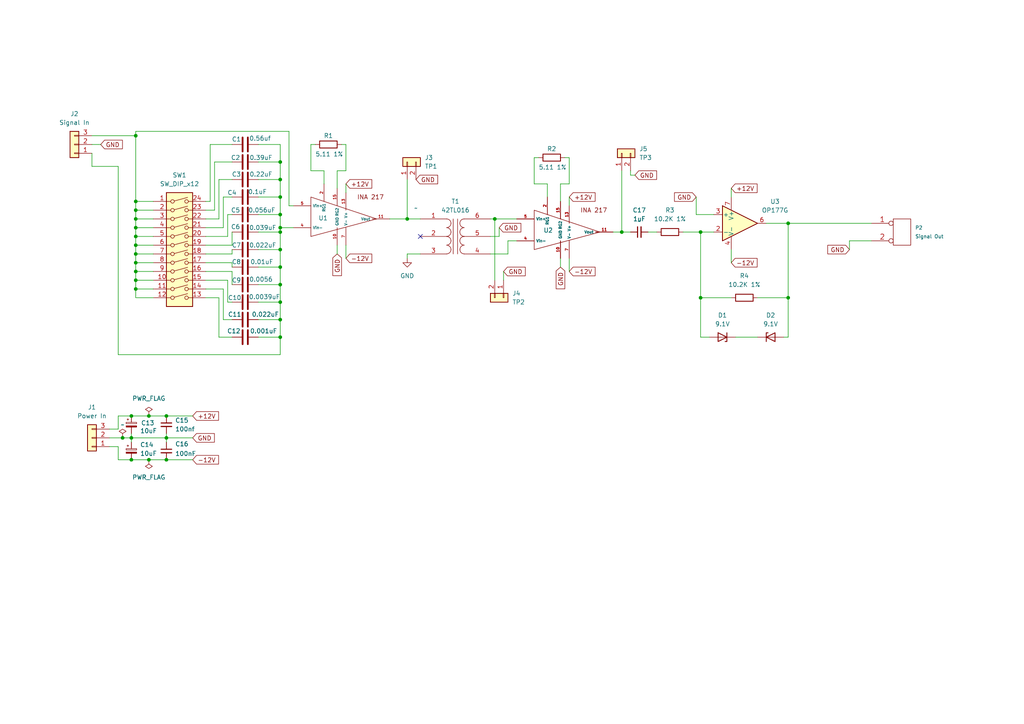
<source format=kicad_sch>
(kicad_sch (version 20231120) (generator "eeschema") (generator_version "8.0")
  (paper "A4")
  (title_block (title "Proton Precession Magnetometer Amplifier") (date "2024-09-22") (rev "1.0") (company "D Q McDonald"))
  (lib_symbols
    (symbol "Connector_Generic:Conn_01x02" (pin_names (offset 1.016) hide)
      (property "Reference" "J" (at 0 2.54 0))
      (property "Value" "Conn_01x02" (at 0 -5.08 0))
      (symbol "Conn_01x02_1_1"
        (rectangle (start -1.27 -2.413) (end 0 -2.667) (stroke (width 0.1524)))
        (rectangle (start -1.27 0.127) (end 0 -0.127) (stroke (width 0.1524)))
        (rectangle (start -1.27 1.27) (end 1.27 -3.81) (stroke (width 0.254)) (fill (type background)))
        (pin passive line (at -5.08 0 0) (length 3.81) (name "Pin_1") (number "1"))
        (pin passive line (at -5.08 -2.54 0) (length 3.81) (name "Pin_2") (number "2"))
      )
    )
    (symbol "Connector_Generic:Conn_01x03" (pin_names (offset 1.016) hide)
      (property "Reference" "J" (at 0 5.08 0))
      (property "Value" "Conn_01x03" (at 0 -5.08 0))
      (symbol "Conn_01x03_1_1"
        (rectangle (start -1.27 -2.413) (end 0 -2.667) (stroke (width 0.1524)))
        (rectangle (start -1.27 0.127) (end 0 -0.127) (stroke (width 0.1524)))
        (rectangle (start -1.27 2.667) (end 0 2.413) (stroke (width 0.1524)))
        (rectangle (start -1.27 3.81) (end 1.27 -3.81) (stroke (width 0.254)) (fill (type background)))
        (pin passive line (at -5.08 2.54 0) (length 3.81) (name "Pin_1") (number "1"))
        (pin passive line (at -5.08 0 0) (length 3.81) (name "Pin_2") (number "2"))
        (pin passive line (at -5.08 -2.54 0) (length 3.81) (name "Pin_3") (number "3"))
      )
    )
    (symbol "DQM:CONN_2" (pin_names (offset 1.016) hide)
      (property "Reference" "P" (at -1.27 0 90))
      (property "Value" "CONN_2" (at 1.27 0 90))
      (symbol "CONN_2_0_1"
        (rectangle (start -2.54 3.81) (end 2.54 -3.81))
      )
      (symbol "CONN_2_1_1"
        (pin passive inverted (at -8.89 2.54 0) (length 6.35) (name "VCC") (number "1"))
        (pin passive inverted (at -8.89 -2.54 0) (length 6.35) (name "GND") (number "2"))
      )
    )
    (symbol "DQM:INA217"
      (property "Reference" "U" (at 0 0 0))
      (symbol "INA217_1_1"
        (polyline (pts (xy -11.43 -5.08) (xy -11.43 6.35) (xy 7.62 0) (xy -11.43 -5.08)))
        (text "INA 217 " (at 6.35 6.35 0) (effects (font (size 1.27 1.27))))
        (pin no_connect line (at -10.16 -10.16 90) (length 5.08) hide (name "NC1") (number "1"))
        (pin power_in line (at -3.81 -7.62 90) (length 5.08) (name "GND") (number "10"))
        (pin output line (at 11.43 0 180) (length 5.08) (name "Vout") (number "11"))
        (pin no_connect line (at 5.08 5.08 270) (length 5.08) hide (name "NC12") (number "12"))
        (pin power_in line (at -1.27 7.62 270) (length 5.08) (name "V+") (number "13"))
        (pin no_connect line (at 2.54 2.54 90) (length 5.08) hide (name "NC14") (number "14"))
        (pin bidirectional line (at -3.81 8.89 270) (length 5.08) (name "RG2") (number "15"))
        (pin no_connect line (at 1.27 2.54 90) (length 5.08) hide (name "NC16") (number "16"))
        (pin bidirectional line (at -7.62 10.16 270) (length 5.08) (name "RG1") (number "2"))
        (pin no_connect line (at -7.62 -8.89 90) (length 5.08) hide (name "NC3") (number "3"))
        (pin input line (at -16.51 -2.54 0) (length 5.08) (name "Vin-") (number "4"))
        (pin input line (at -16.51 3.81 0) (length 5.08) (name "Vin+") (number "5"))
        (pin no_connect line (at -5.08 -7.62 90) (length 5.08) hide (name "NC6") (number "6"))
        (pin power_in line (at -1.27 -7.62 90) (length 5.08) (name "V-") (number "7"))
        (pin no_connect line (at 1.27 -6.35 90) (length 5.08) hide (name "NC8") (number "8"))
        (pin no_connect line (at -2.54 -7.62 90) (length 5.08) hide (name "NC9") (number "9"))
      )
    )
    (symbol "DQM:OPA177G" (pin_names (offset 0.127))
      (property "Reference" "U" (at 0 6.35 0))
      (property "Value" "OPA177G" (at 0 3.81 0))
      (symbol "OPA177G_0_1"
        (polyline (pts (xy -5.08 5.08) (xy 5.08 0) (xy -5.08 -5.08) (xy -5.08 5.08)) (stroke (width 0.254)) (fill (type background)))
      )
      (symbol "OPA177G_1_1"
        (pin no_connect line (at -5.08 -7.62 90) (length 2.54) hide (name "NC") (number "1"))
        (pin input line (at -7.62 -2.54 0) (length 2.54) (name "-") (number "2"))
        (pin input line (at -7.62 2.54 0) (length 2.54) (name "+") (number "3"))
        (pin power_in line (at -2.54 -7.62 90) (length 3.81) (name "V-") (number "4"))
        (pin no_connect line (at 2.54 -3.81 90) (length 2.54) hide (name "NC") (number "5"))
        (pin output line (at 7.62 0 180) (length 2.54) (name "~") (number "6"))
        (pin power_in line (at -2.54 7.62 270) (length 3.81) (name "V+") (number "7"))
        (pin no_connect line (at 0 -2.54 90) (length 2.54) hide (name "NC") (number "8"))
      )
    )
    (symbol "DQM:Transformer_42TL016" (pin_names (offset 1.016) hide)
      (property "Reference" "T" (at 0 6.35 0))
      (property "Value" "Transformer_1P_SS" (at 0 -7.62 0))
      (symbol "Transformer_42TL016_0_1"
        (arc (start -2.54 -5.0546) (mid -1.6599 -4.6901) (end -1.27 -3.81))
        (arc (start -2.54 -2.5146) (mid -1.6599 -2.1501) (end -1.27 -1.27))
        (arc (start -2.54 0.0254) (mid -1.6599 0.3899) (end -1.27 1.27))
        (arc (start -2.54 2.5654) (mid -1.6599 2.9299) (end -1.27 3.81))
        (arc (start -1.27 -3.81) (mid -1.642 -2.912) (end -2.54 -2.54))
        (arc (start -1.27 -1.27) (mid -1.642 -0.372) (end -2.54 0))
        (arc (start -1.27 1.27) (mid -1.642 2.168) (end -2.54 2.54))
        (arc (start -1.27 3.81) (mid -1.642 4.708) (end -2.54 5.08))
        (polyline (pts (xy -0.635 5.08) (xy -0.635 -5.08)))
        (polyline (pts (xy 0.635 -5.08) (xy 0.635 5.08)))
        (arc (start 1.2954 -1.27) (mid 1.6599 -2.1501) (end 2.54 -2.5146))
        (arc (start 1.2954 1.27) (mid 1.6599 0.3899) (end 2.54 0.0254))
        (arc (start 1.2954 3.81) (mid 1.6599 2.9299) (end 2.54 2.5654))
        (arc (start 1.3208 -3.81) (mid 1.6853 -4.6901) (end 2.5654 -5.0546))
        (arc (start 2.54 0) (mid 1.642 -0.372) (end 1.2954 -1.27))
        (arc (start 2.54 2.54) (mid 1.642 2.168) (end 1.2954 1.27))
        (arc (start 2.54 5.08) (mid 1.642 4.708) (end 1.2954 3.81))
        (arc (start 2.5654 -2.54) (mid 1.6674 -2.912) (end 1.3208 -3.81))
      )
      (symbol "Transformer_42TL016_1_1"
        (pin passive line (at -10.16 5.08 0) (length 7.62) (name "AA") (number "1"))
        (pin passive line (at -10.16 0 0) (length 7.62) (name "PM") (number "2"))
        (pin passive line (at -10.16 -5.08 0) (length 7.62) (name "AB") (number "3"))
        (pin passive line (at 10.16 -5.08 180) (length 7.62) (name "6") (number "4"))
        (pin passive line (at 10.16 0 180) (length 7.62) (name "PB") (number "5"))
        (pin passive line (at 10.16 5.08 180) (length 7.62) (name "SB") (number "6"))
      )
    )
    (symbol "Device:C" (pin_numbers hide) (pin_names (offset 0.254))
      (property "Reference" "C" (at 0.635 2.54 0))
      (property "Value" "C" (at 0.635 -2.54 0))
      (symbol "C_0_1"
        (polyline (pts (xy -2.032 -0.762) (xy 2.032 -0.762)) (stroke (width 0.508)))
        (polyline (pts (xy -2.032 0.762) (xy 2.032 0.762)) (stroke (width 0.508)))
      )
      (symbol "C_1_1"
        (pin passive line (at 0 3.81 270) (length 2.794) (name "~") (number "1"))
        (pin passive line (at 0 -3.81 90) (length 2.794) (name "~") (number "2"))
      )
    )
    (symbol "Device:C_Polarized_Small" (pin_numbers hide) (pin_names (offset 0.254) hide)
      (property "Reference" "C" (at 0.254 1.778 0))
      (property "Value" "C_Polarized_Small" (at 0.254 -2.032 0))
      (symbol "C_Polarized_Small_0_1"
        (rectangle (start -1.524 -0.3048) (end 1.524 -0.6858) (fill (type outline)))
        (rectangle (start -1.524 0.6858) (end 1.524 0.3048))
        (polyline (pts (xy -1.27 1.524) (xy -0.762 1.524)))
        (polyline (pts (xy -1.016 1.27) (xy -1.016 1.778)))
      )
      (symbol "C_Polarized_Small_1_1"
        (pin passive line (at 0 2.54 270) (length 1.8542) (name "~") (number "1"))
        (pin passive line (at 0 -2.54 90) (length 1.8542) (name "~") (number "2"))
      )
    )
    (symbol "Device:C_Small" (pin_numbers hide) (pin_names (offset 0.254) hide)
      (property "Reference" "C" (at 0.254 1.778 0))
      (property "Value" "C_Small" (at 0.254 -2.032 0))
      (symbol "C_Small_0_1"
        (polyline (pts (xy -1.524 -0.508) (xy 1.524 -0.508)) (stroke (width 0.3302)))
        (polyline (pts (xy -1.524 0.508) (xy 1.524 0.508)) (stroke (width 0.3048)))
      )
      (symbol "C_Small_1_1"
        (pin passive line (at 0 2.54 270) (length 2.032) (name "~") (number "1"))
        (pin passive line (at 0 -2.54 90) (length 2.032) (name "~") (number "2"))
      )
    )
    (symbol "Device:D_Zener" (pin_numbers hide) (pin_names (offset 1.016) hide)
      (property "Reference" "D" (at 0 2.54 0))
      (property "Value" "D_Zener" (at 0 -2.54 0))
      (symbol "D_Zener_0_1"
        (polyline (pts (xy 1.27 0) (xy -1.27 0)))
        (polyline (pts (xy -1.27 -1.27) (xy -1.27 1.27) (xy -0.762 1.27)) (stroke (width 0.254)))
        (polyline (pts (xy 1.27 -1.27) (xy 1.27 1.27) (xy -1.27 0) (xy 1.27 -1.27)) (stroke (width 0.254)))
      )
      (symbol "D_Zener_1_1"
        (pin passive line (at -3.81 0 0) (length 2.54) (name "K") (number "1"))
        (pin passive line (at 3.81 0 180) (length 2.54) (name "A") (number "2"))
      )
    )
    (symbol "Device:R" (pin_numbers hide) (pin_names (offset 0))
      (property "Reference" "R" (at 2.032 0 90))
      (property "Value" "R" (at 0 0 90))
      (symbol "R_0_1"
        (rectangle (start -1.016 -2.54) (end 1.016 2.54) (stroke (width 0.254)))
      )
      (symbol "R_1_1"
        (pin passive line (at 0 3.81 270) (length 1.27) (name "~") (number "1"))
        (pin passive line (at 0 -3.81 90) (length 1.27) (name "~") (number "2"))
      )
    )
    (symbol "Switch:SW_DIP_x12" (pin_names (offset 0) hide)
      (property "Reference" "SW" (at 0 19.05 0))
      (property "Value" "SW_DIP_x12" (at 0 -16.51 0))
      (symbol "SW_DIP_x12_0_0"
        (circle (center -2.032 -12.7) (radius 0.508))
        (circle (center -2.032 -10.16) (radius 0.508))
        (circle (center -2.032 -7.62) (radius 0.508))
        (circle (center -2.032 -5.08) (radius 0.508))
        (circle (center -2.032 -2.54) (radius 0.508))
        (circle (center -2.032 0) (radius 0.508))
        (circle (center -2.032 2.54) (radius 0.508))
        (circle (center -2.032 5.08) (radius 0.508))
        (circle (center -2.032 7.62) (radius 0.508))
        (circle (center -2.032 10.16) (radius 0.508))
        (circle (center -2.032 12.7) (radius 0.508))
        (circle (center -2.032 15.24) (radius 0.508))
        (polyline (pts (xy -1.524 -12.5476) (xy 2.3622 -11.5062)))
        (polyline (pts (xy -1.524 -10.0076) (xy 2.3622 -8.9662)))
        (polyline (pts (xy -1.524 -7.4676) (xy 2.3622 -6.4262)))
        (polyline (pts (xy -1.524 -4.9276) (xy 2.3622 -3.8862)))
        (polyline (pts (xy -1.524 -2.3876) (xy 2.3622 -1.3462)))
        (polyline (pts (xy -1.524 0.127) (xy 2.3622 1.1684)))
        (polyline (pts (xy -1.524 2.667) (xy 2.3622 3.7084)))
        (polyline (pts (xy -1.524 5.207) (xy 2.3622 6.2484)))
        (polyline (pts (xy -1.524 7.747) (xy 2.3622 8.7884)))
        (polyline (pts (xy -1.524 10.287) (xy 2.3622 11.3284)))
        (polyline (pts (xy -1.524 12.827) (xy 2.3622 13.8684)))
        (polyline (pts (xy -1.524 15.367) (xy 2.3622 16.4084)))
        (circle (center 2.032 -12.7) (radius 0.508))
        (circle (center 2.032 -10.16) (radius 0.508))
        (circle (center 2.032 -7.62) (radius 0.508))
        (circle (center 2.032 -5.08) (radius 0.508))
        (circle (center 2.032 -2.54) (radius 0.508))
        (circle (center 2.032 0) (radius 0.508))
        (circle (center 2.032 2.54) (radius 0.508))
        (circle (center 2.032 5.08) (radius 0.508))
        (circle (center 2.032 7.62) (radius 0.508))
        (circle (center 2.032 10.16) (radius 0.508))
        (circle (center 2.032 12.7) (radius 0.508))
        (circle (center 2.032 15.24) (radius 0.508))
      )
      (symbol "SW_DIP_x12_1_1"
        (rectangle (start -3.81 17.78) (end 3.81 -15.24) (stroke (width 0.254)) (fill (type background)))
        (pin passive line (at -7.62 15.24 0) (length 5.08) (name "~") (number "1"))
        (pin passive line (at -7.62 -7.62 0) (length 5.08) (name "~") (number "10"))
        (pin passive line (at -7.62 -10.16 0) (length 5.08) (name "~") (number "11"))
        (pin passive line (at -7.62 -12.7 0) (length 5.08) (name "~") (number "12"))
        (pin passive line (at 7.62 -12.7 180) (length 5.08) (name "~") (number "13"))
        (pin passive line (at 7.62 -10.16 180) (length 5.08) (name "~") (number "14"))
        (pin passive line (at 7.62 -7.62 180) (length 5.08) (name "~") (number "15"))
        (pin passive line (at 7.62 -5.08 180) (length 5.08) (name "~") (number "16"))
        (pin passive line (at 7.62 -2.54 180) (length 5.08) (name "~") (number "17"))
        (pin passive line (at 7.62 0 180) (length 5.08) (name "~") (number "18"))
        (pin passive line (at 7.62 2.54 180) (length 5.08) (name "~") (number "19"))
        (pin passive line (at -7.62 12.7 0) (length 5.08) (name "~") (number "2"))
        (pin passive line (at 7.62 5.08 180) (length 5.08) (name "~") (number "20"))
        (pin passive line (at 7.62 7.62 180) (length 5.08) (name "~") (number "21"))
        (pin passive line (at 7.62 10.16 180) (length 5.08) (name "~") (number "22"))
        (pin passive line (at 7.62 12.7 180) (length 5.08) (name "~") (number "23"))
        (pin passive line (at 7.62 15.24 180) (length 5.08) (name "~") (number "24"))
        (pin passive line (at -7.62 10.16 0) (length 5.08) (name "~") (number "3"))
        (pin passive line (at -7.62 7.62 0) (length 5.08) (name "~") (number "4"))
        (pin passive line (at -7.62 5.08 0) (length 5.08) (name "~") (number "5"))
        (pin passive line (at -7.62 2.54 0) (length 5.08) (name "~") (number "6"))
        (pin passive line (at -7.62 0 0) (length 5.08) (name "~") (number "7"))
        (pin passive line (at -7.62 -2.54 0) (length 5.08) (name "~") (number "8"))
        (pin passive line (at -7.62 -5.08 0) (length 5.08) (name "~") (number "9"))
      )
    )
    (symbol "power:GND" (power) (pin_numbers hide) (pin_names (offset 0) hide)
      (property "Value" "GND" (at 0 -3.81 0))
      (symbol "GND_0_1"
        (polyline (pts (xy 0 0) (xy 0 -1.27) (xy 1.27 -1.27) (xy 0 -2.54) (xy -1.27 -1.27) (xy 0 -1.27)))
      )
      (symbol "GND_1_1"
        (pin power_in line (at 0 0 270) (length 0) (name "~") (number "1"))
      )
    )
    (symbol "power:PWR_FLAG" (power) (pin_numbers hide) (pin_names (offset 0) hide)
      (property "Value" "PWR_FLAG" (at 0 3.81 0))
      (symbol "PWR_FLAG_0_0"
        (pin power_out line (at 0 0 90) (length 0) (name "~") (number "1"))
      )
      (symbol "PWR_FLAG_0_1"
        (polyline (pts (xy 0 0) (xy 0 1.27) (xy -1.016 1.905) (xy 0 2.54) (xy 1.016 1.905) (xy 0 1.27)))
      )
    )
  )
  (junction (at 81.28 82.55))
  (junction (at 35.56 127))
  (junction (at 48.26 120.65))
  (junction (at 143.51 63.5))
  (junction (at 48.26 133.35))
  (junction (at 39.37 68.58))
  (junction (at 81.28 97.79))
  (junction (at 38.1 133.35))
  (junction (at 118.11 63.5))
  (junction (at 39.37 76.2))
  (junction (at 39.37 58.42))
  (junction (at 228.6 64.77))
  (junction (at 203.2 67.31))
  (junction (at 180.34 67.31))
  (junction (at 81.28 67.31))
  (junction (at 81.28 57.15))
  (junction (at 81.28 87.63))
  (junction (at 81.28 52.07))
  (junction (at 39.37 73.66))
  (junction (at 39.37 78.74))
  (junction (at 39.37 71.12))
  (junction (at 38.1 127))
  (junction (at 39.37 39.37))
  (junction (at 81.28 46.99))
  (junction (at 203.2 86.36))
  (junction (at 228.6 86.36))
  (junction (at 39.37 60.96))
  (junction (at 48.26 127))
  (junction (at 81.28 62.23))
  (junction (at 43.18 133.35))
  (junction (at 81.28 92.71))
  (junction (at 81.28 72.39))
  (junction (at 43.18 120.65))
  (junction (at 39.37 81.28))
  (junction (at 81.28 77.47))
  (junction (at 39.37 63.5))
  (junction (at 39.37 66.04))
  (junction (at 81.28 66.04))
  (junction (at 39.37 83.82))
  (junction (at 38.1 120.65))
  (no_connect (at 121.92 68.58))
  (wire (pts (xy 38.1 127) (xy 38.1 128.27)))
  (wire (pts (xy 66.04 68.58) (xy 66.04 62.23)))
  (wire (pts (xy 39.37 68.58) (xy 39.37 71.12)))
  (wire (pts (xy 143.51 63.5) (xy 143.51 81.28)))
  (wire (pts (xy 83.82 59.69) (xy 85.09 59.69)))
  (wire (pts (xy 147.32 73.66) (xy 147.32 69.85)))
  (wire (pts (xy 39.37 71.12) (xy 39.37 73.66)))
  (wire (pts (xy 81.28 87.63) (xy 81.28 82.55)))
  (wire (pts (xy 48.26 133.35) (xy 55.88 133.35)))
  (wire (pts (xy 163.83 45.72) (xy 165.1 45.72)))
  (wire (pts (xy 158.75 53.34) (xy 154.94 53.34)))
  (wire (pts (xy 162.56 74.93) (xy 162.56 77.47)))
  (wire (pts (xy 81.28 41.91) (xy 81.28 46.99)))
  (wire (pts (xy 59.69 81.28) (xy 66.04 81.28)))
  (wire (pts (xy 44.45 58.42) (xy 39.37 58.42)))
  (wire (pts (xy 165.1 45.72) (xy 165.1 53.34)))
  (wire (pts (xy 81.28 62.23) (xy 81.28 66.04)))
  (wire (pts (xy 81.28 67.31) (xy 81.28 66.04)))
  (wire (pts (xy 154.94 45.72) (xy 156.21 45.72)))
  (wire (pts (xy 74.93 72.39) (xy 81.28 72.39)))
  (wire (pts (xy 39.37 71.12) (xy 44.45 71.12)))
  (wire (pts (xy 187.96 67.31) (xy 190.5 67.31)))
  (wire (pts (xy 48.26 127) (xy 55.88 127)))
  (wire (pts (xy 154.94 45.72) (xy 154.94 53.34)))
  (wire (pts (xy 74.93 77.47) (xy 81.28 77.47)))
  (wire (pts (xy 48.26 127) (xy 48.26 128.27)))
  (wire (pts (xy 64.77 66.04) (xy 64.77 57.15)))
  (wire (pts (xy 146.05 78.74) (xy 146.05 81.28)))
  (wire (pts (xy 39.37 60.96) (xy 44.45 60.96)))
  (wire (pts (xy 67.31 78.74) (xy 67.31 82.55)))
  (wire (pts (xy 34.29 120.65) (xy 38.1 120.65)))
  (wire (pts (xy 198.12 67.31) (xy 203.2 67.31)))
  (wire (pts (xy 177.8 67.31) (xy 180.34 67.31)))
  (wire (pts (xy 26.67 39.37) (xy 39.37 39.37)))
  (wire (pts (xy 219.71 86.36) (xy 228.6 86.36)))
  (wire (pts (xy 66.04 62.23) (xy 67.31 62.23)))
  (wire (pts (xy 81.28 92.71) (xy 81.28 87.63)))
  (wire (pts (xy 39.37 83.82) (xy 39.37 86.36)))
  (wire (pts (xy 228.6 64.77) (xy 228.6 86.36)))
  (wire (pts (xy 93.98 49.53) (xy 93.98 53.34)))
  (wire (pts (xy 35.56 127) (xy 38.1 127)))
  (wire (pts (xy 182.88 50.8) (xy 184.15 50.8)))
  (wire (pts (xy 227.33 97.79) (xy 228.6 97.79)))
  (wire (pts (xy 165.1 57.15) (xy 165.1 59.69)))
  (wire (pts (xy 39.37 66.04) (xy 39.37 68.58)))
  (wire (pts (xy 81.28 72.39) (xy 81.28 67.31)))
  (wire (pts (xy 39.37 78.74) (xy 39.37 81.28)))
  (wire (pts (xy 60.96 58.42) (xy 60.96 41.91)))
  (wire (pts (xy 81.28 97.79) (xy 81.28 92.71)))
  (wire (pts (xy 74.93 92.71) (xy 81.28 92.71)))
  (wire (pts (xy 93.98 49.53) (xy 90.17 49.53)))
  (wire (pts (xy 39.37 76.2) (xy 44.45 76.2)))
  (wire (pts (xy 38.1 133.35) (xy 43.18 133.35)))
  (wire (pts (xy 182.88 49.53) (xy 182.88 50.8)))
  (wire (pts (xy 59.69 76.2) (xy 67.31 76.2)))
  (wire (pts (xy 165.1 53.34) (xy 162.56 53.34)))
  (wire (pts (xy 90.17 41.91) (xy 91.44 41.91)))
  (wire (pts (xy 39.37 63.5) (xy 44.45 63.5)))
  (wire (pts (xy 64.77 57.15) (xy 67.31 57.15)))
  (wire (pts (xy 147.32 69.85) (xy 149.86 69.85)))
  (wire (pts (xy 64.77 92.71) (xy 67.31 92.71)))
  (wire (pts (xy 203.2 67.31) (xy 207.01 67.31)))
  (wire (pts (xy 39.37 83.82) (xy 44.45 83.82)))
  (wire (pts (xy 212.09 72.39) (xy 212.09 76.2)))
  (wire (pts (xy 59.69 66.04) (xy 64.77 66.04)))
  (wire (pts (xy 38.1 127) (xy 48.26 127)))
  (wire (pts (xy 63.5 97.79) (xy 67.31 97.79)))
  (wire (pts (xy 67.31 73.66) (xy 67.31 72.39)))
  (wire (pts (xy 39.37 81.28) (xy 44.45 81.28)))
  (wire (pts (xy 63.5 86.36) (xy 63.5 97.79)))
  (wire (pts (xy 99.06 41.91) (xy 100.33 41.91)))
  (wire (pts (xy 81.28 46.99) (xy 81.28 52.07)))
  (wire (pts (xy 39.37 73.66) (xy 39.37 76.2)))
  (wire (pts (xy 74.93 57.15) (xy 81.28 57.15)))
  (wire (pts (xy 59.69 86.36) (xy 63.5 86.36)))
  (wire (pts (xy 39.37 38.1) (xy 83.82 38.1)))
  (wire (pts (xy 59.69 58.42) (xy 60.96 58.42)))
  (wire (pts (xy 26.67 41.91) (xy 29.21 41.91)))
  (wire (pts (xy 39.37 39.37) (xy 39.37 58.42)))
  (wire (pts (xy 81.28 82.55) (xy 81.28 77.47)))
  (wire (pts (xy 246.38 69.85) (xy 246.38 72.39)))
  (wire (pts (xy 228.6 97.79) (xy 228.6 86.36)))
  (wire (pts (xy 142.24 68.58) (xy 144.78 68.58)))
  (wire (pts (xy 100.33 53.34) (xy 100.33 55.88)))
  (wire (pts (xy 74.93 41.91) (xy 81.28 41.91)))
  (wire (pts (xy 81.28 77.47) (xy 81.28 72.39)))
  (wire (pts (xy 34.29 48.26) (xy 34.29 102.87)))
  (wire (pts (xy 162.56 53.34) (xy 162.56 58.42)))
  (wire (pts (xy 100.33 49.53) (xy 97.79 49.53)))
  (wire (pts (xy 31.75 127) (xy 35.56 127)))
  (wire (pts (xy 74.93 97.79) (xy 81.28 97.79)))
  (wire (pts (xy 180.34 49.53) (xy 180.34 67.31)))
  (wire (pts (xy 39.37 58.42) (xy 39.37 60.96)))
  (wire (pts (xy 39.37 86.36) (xy 44.45 86.36)))
  (wire (pts (xy 59.69 73.66) (xy 67.31 73.66)))
  (wire (pts (xy 31.75 124.46) (xy 34.29 124.46)))
  (wire (pts (xy 63.5 63.5) (xy 63.5 52.07)))
  (wire (pts (xy 74.93 52.07) (xy 81.28 52.07)))
  (wire (pts (xy 74.93 82.55) (xy 81.28 82.55)))
  (wire (pts (xy 203.2 97.79) (xy 205.74 97.79)))
  (wire (pts (xy 26.67 44.45) (xy 26.67 48.26)))
  (wire (pts (xy 100.33 71.12) (xy 100.33 74.93)))
  (wire (pts (xy 34.29 129.54) (xy 34.29 133.35)))
  (wire (pts (xy 74.93 87.63) (xy 81.28 87.63)))
  (wire (pts (xy 39.37 81.28) (xy 39.37 83.82)))
  (wire (pts (xy 158.75 53.34) (xy 158.75 57.15)))
  (wire (pts (xy 39.37 73.66) (xy 44.45 73.66)))
  (wire (pts (xy 59.69 68.58) (xy 66.04 68.58)))
  (wire (pts (xy 252.73 69.85) (xy 246.38 69.85)))
  (wire (pts (xy 228.6 64.77) (xy 252.73 64.77)))
  (wire (pts (xy 64.77 83.82) (xy 64.77 92.71)))
  (wire (pts (xy 142.24 63.5) (xy 143.51 63.5)))
  (wire (pts (xy 59.69 83.82) (xy 64.77 83.82)))
  (wire (pts (xy 60.96 41.91) (xy 67.31 41.91)))
  (wire (pts (xy 31.75 129.54) (xy 34.29 129.54)))
  (wire (pts (xy 39.37 63.5) (xy 39.37 66.04)))
  (wire (pts (xy 62.23 46.99) (xy 67.31 46.99)))
  (wire (pts (xy 39.37 60.96) (xy 39.37 63.5)))
  (wire (pts (xy 43.18 120.65) (xy 48.26 120.65)))
  (wire (pts (xy 74.93 46.99) (xy 81.28 46.99)))
  (wire (pts (xy 203.2 86.36) (xy 212.09 86.36)))
  (wire (pts (xy 121.92 73.66) (xy 118.11 73.66)))
  (wire (pts (xy 62.23 60.96) (xy 62.23 46.99)))
  (wire (pts (xy 118.11 63.5) (xy 121.92 63.5)))
  (wire (pts (xy 74.93 67.31) (xy 81.28 67.31)))
  (wire (pts (xy 48.26 120.65) (xy 55.88 120.65)))
  (wire (pts (xy 201.93 57.15) (xy 201.93 62.23)))
  (wire (pts (xy 118.11 52.07) (xy 118.11 63.5)))
  (wire (pts (xy 67.31 76.2) (xy 67.31 77.47)))
  (wire (pts (xy 39.37 38.1) (xy 39.37 39.37)))
  (wire (pts (xy 97.79 49.53) (xy 97.79 54.61)))
  (wire (pts (xy 81.28 57.15) (xy 81.28 62.23)))
  (wire (pts (xy 48.26 125.73) (xy 48.26 127)))
  (wire (pts (xy 203.2 86.36) (xy 203.2 97.79)))
  (wire (pts (xy 34.29 124.46) (xy 34.29 120.65)))
  (wire (pts (xy 66.04 87.63) (xy 67.31 87.63)))
  (wire (pts (xy 43.18 133.35) (xy 48.26 133.35)))
  (wire (pts (xy 39.37 68.58) (xy 44.45 68.58)))
  (wire (pts (xy 100.33 41.91) (xy 100.33 49.53)))
  (wire (pts (xy 212.09 54.61) (xy 212.09 57.15)))
  (wire (pts (xy 59.69 71.12) (xy 67.31 71.12)))
  (wire (pts (xy 165.1 74.93) (xy 165.1 78.74)))
  (wire (pts (xy 81.28 52.07) (xy 81.28 57.15)))
  (wire (pts (xy 113.03 63.5) (xy 118.11 63.5)))
  (wire (pts (xy 67.31 71.12) (xy 67.31 67.31)))
  (wire (pts (xy 143.51 63.5) (xy 149.86 63.5)))
  (wire (pts (xy 66.04 81.28) (xy 66.04 87.63)))
  (wire (pts (xy 74.93 62.23) (xy 81.28 62.23)))
  (wire (pts (xy 144.78 66.04) (xy 144.78 68.58)))
  (wire (pts (xy 81.28 102.87) (xy 81.28 97.79)))
  (wire (pts (xy 59.69 63.5) (xy 63.5 63.5)))
  (wire (pts (xy 142.24 73.66) (xy 147.32 73.66)))
  (wire (pts (xy 34.29 133.35) (xy 38.1 133.35)))
  (wire (pts (xy 26.67 48.26) (xy 34.29 48.26)))
  (wire (pts (xy 39.37 78.74) (xy 44.45 78.74)))
  (wire (pts (xy 213.36 97.79) (xy 219.71 97.79)))
  (wire (pts (xy 180.34 67.31) (xy 182.88 67.31)))
  (wire (pts (xy 39.37 76.2) (xy 39.37 78.74)))
  (wire (pts (xy 38.1 125.73) (xy 38.1 127)))
  (wire (pts (xy 59.69 78.74) (xy 67.31 78.74)))
  (wire (pts (xy 90.17 41.91) (xy 90.17 49.53)))
  (wire (pts (xy 207.01 62.23) (xy 201.93 62.23)))
  (wire (pts (xy 63.5 52.07) (xy 67.31 52.07)))
  (wire (pts (xy 59.69 60.96) (xy 62.23 60.96)))
  (wire (pts (xy 118.11 73.66) (xy 118.11 74.93)))
  (wire (pts (xy 222.25 64.77) (xy 228.6 64.77)))
  (wire (pts (xy 203.2 67.31) (xy 203.2 86.36)))
  (wire (pts (xy 38.1 120.65) (xy 43.18 120.65)))
  (wire (pts (xy 81.28 66.04) (xy 85.09 66.04)))
  (wire (pts (xy 39.37 66.04) (xy 44.45 66.04)))
  (wire (pts (xy 34.29 102.87) (xy 81.28 102.87)))
  (wire (pts (xy 83.82 38.1) (xy 83.82 59.69)))
  (wire (pts (xy 97.79 71.12) (xy 97.79 73.66)))
  (global_label "GND" (shape input) (at 146.05 78.74 0) (property "Intersheetrefs" "${INTERSHEET_REFS}" (effects (hide yes))))
  (global_label "-12V" (shape input) (at 212.09 76.2 0) (property "Intersheetrefs" "${INTERSHEET_REFS}" (effects (hide yes))))
  (global_label "+12V" (shape input) (at 165.1 57.15 0) (property "Intersheetrefs" "${INTERSHEET_REFS}" (effects (hide yes))))
  (global_label "GND" (shape input) (at 184.15 50.8 0) (property "Intersheetrefs" "${INTERSHEET_REFS}" (effects (hide yes))))
  (global_label "GND" (shape input) (at 120.65 52.07 0) (property "Intersheetrefs" "${INTERSHEET_REFS}" (effects (hide yes))))
  (global_label "GND" (shape input) (at 97.79 73.66 270) (property "Intersheetrefs" "${INTERSHEET_REFS}" (effects (hide yes))))
  (global_label "+12V" (shape input) (at 100.33 53.34 0) (property "Intersheetrefs" "${INTERSHEET_REFS}" (effects (hide yes))))
  (global_label "+12V" (shape input) (at 212.09 54.61 0) (property "Intersheetrefs" "${INTERSHEET_REFS}" (effects (hide yes))))
  (global_label "GND" (shape input) (at 29.21 41.91 0) (property "Intersheetrefs" "${INTERSHEET_REFS}" (effects (hide yes))))
  (global_label "GND" (shape input) (at 144.78 66.04 0) (property "Intersheetrefs" "${INTERSHEET_REFS}" (effects (hide yes))))
  (global_label "-12V" (shape input) (at 165.1 78.74 0) (property "Intersheetrefs" "${INTERSHEET_REFS}" (effects (hide yes))))
  (global_label "GND" (shape input) (at 55.88 127 0) (property "Intersheetrefs" "${INTERSHEET_REFS}" (effects (hide yes))))
  (global_label "+12V" (shape input) (at 55.88 120.65 0) (property "Intersheetrefs" "${INTERSHEET_REFS}" (effects (hide yes))))
  (global_label "GND" (shape input) (at 246.38 72.39 180) (property "Intersheetrefs" "${INTERSHEET_REFS}" (effects (hide yes))))
  (global_label "GND" (shape input) (at 162.56 77.47 270) (property "Intersheetrefs" "${INTERSHEET_REFS}" (effects (hide yes))))
  (global_label "GND" (shape input) (at 201.93 57.15 180) (property "Intersheetrefs" "${INTERSHEET_REFS}" (effects (hide yes))))
  (global_label "-12V" (shape input) (at 55.88 133.35 0) (property "Intersheetrefs" "${INTERSHEET_REFS}" (effects (hide yes))))
  (global_label "-12V" (shape input) (at 100.33 74.93 0) (property "Intersheetrefs" "${INTERSHEET_REFS}" (effects (hide yes))))
  (symbol (lib_id "Device:C_Small") (at 48.26 123.19 0) (unit 1)
    (property "Reference" "C15" (at 50.8 121.9262 0) (effects (justify left)))
    (property "Value" "100nf" (at 50.8 124.4662 0) (effects (justify left)))
    (property "Footprint" "Capacitor_SMD:C_0805_2012Metric_Pad1.18x1.45mm_HandSolder" (effects (hide yes)))
    (property "Description" "Unpolarized capacitor, small symbol" (effects (hide yes)))
  )
  (symbol (lib_id "Device:D_Zener") (at 209.55 97.79 180) (unit 1)
    (property "Reference" "D1" (at 209.55 91.44 0))
    (property "Value" "9.1V" (at 209.55 93.98 0))
    (property "Footprint" "Diode_THT:D_DO-41_SOD81_P7.62mm_Horizontal" (effects (hide yes)))
    (property "Description" "Zener diode" (effects (hide yes)))
  )
  (symbol (lib_id "Connector_Generic:Conn_01x02") (at 146.05 86.36 270) (unit 1)
    (property "Reference" "J4" (at 148.59 85.0899 90) (effects (justify left)))
    (property "Value" "TP2" (at 148.59 87.6299 90) (effects (justify left)))
    (property "Footprint" "Connector_PinHeader_2.54mm:PinHeader_1x02_P2.54mm_Vertical" (effects (hide yes)))
    (property "Description" "Generic connector, single row, 01x02, script generated (kicad-library-utils/schlib/autogen/connector/)" (effects (hide yes)))
  )
  (symbol (lib_id "Device:C") (at 71.12 41.91 90) (unit 1)
    (property "Reference" "C1" (at 68.58 40.386 90))
    (property "Value" "0.56uf" (at 75.438 40.132 90))
    (property "Footprint" "Capacitor_SMD:C_0805_2012Metric_Pad1.18x1.45mm_HandSolder" (effects (hide yes)))
    (property "Description" "Unpolarized capacitor" (effects (hide yes)))
  )
  (symbol (lib_id "Device:C") (at 71.12 52.07 90) (unit 1)
    (property "Reference" "C3" (at 68.58 50.546 90))
    (property "Value" "0.22uF" (at 75.692 50.546 90))
    (property "Footprint" "Capacitor_SMD:C_0805_2012Metric_Pad1.18x1.45mm_HandSolder" (effects (hide yes)))
    (property "Description" "Unpolarized capacitor" (effects (hide yes)))
  )
  (symbol (lib_id "Device:C_Small") (at 185.42 67.31 90) (unit 1)
    (property "Reference" "C17" (at 185.4263 60.96 90))
    (property "Value" "1uF" (at 185.4263 63.5 90))
    (property "Footprint" "Capacitor_SMD:C_0805_2012Metric_Pad1.18x1.45mm_HandSolder" (effects (hide yes)))
    (property "Description" "Unpolarized capacitor, small symbol" (effects (hide yes)))
  )
  (symbol (lib_id "Device:C") (at 71.12 62.23 90) (unit 1)
    (property "Reference" "C5" (at 68.326 60.96 90))
    (property "Value" "0.056uF" (at 75.946 60.96 90))
    (property "Footprint" "Capacitor_SMD:C_0805_2012Metric_Pad1.18x1.45mm_HandSolder" (effects (hide yes)))
    (property "Description" "Unpolarized capacitor" (effects (hide yes)))
  )
  (symbol (lib_id "DQM:CONN_2") (at 261.62 67.31 0) (unit 1)
    (property "Reference" "P2" (at 265.43 66.0399 0) (effects (font (size 1.016 1.016)) (justify left)))
    (property "Value" "Signal Out" (at 265.43 68.5799 0) (effects (font (size 1.016 1.016)) (justify left)))
    (property "Footprint" "Connector_PinHeader_2.54mm:PinHeader_1x02_P2.54mm_Vertical" (effects (hide yes)))
    (property "Description" "Symbole general de connecteur" (effects (hide yes)))
  )
  (symbol (lib_id "Device:C_Polarized_Small") (at 38.1 130.81 0) (unit 1)
    (property "Reference" "C14" (at 40.64 128.9938 0) (effects (justify left)))
    (property "Value" "10uF" (at 40.64 131.5338 0) (effects (justify left)))
    (property "Footprint" "Capacitor_SMD:CP_Elec_5x3" (effects (hide yes)))
    (property "Description" "Polarized capacitor, small symbol" (effects (hide yes)))
  )
  (symbol (lib_id "Device:C") (at 71.12 97.79 90) (unit 1)
    (property "Reference" "C12" (at 67.818 96.012 90))
    (property "Value" "0.001uF" (at 76.454 96.012 90))
    (property "Footprint" "Capacitor_SMD:C_0805_2012Metric_Pad1.18x1.45mm_HandSolder" (effects (hide yes)))
    (property "Description" "Unpolarized capacitor" (effects (hide yes)))
  )
  (symbol (lib_id "Device:D_Zener") (at 223.52 97.79 0) (unit 1)
    (property "Reference" "D2" (at 223.52 91.44 0))
    (property "Value" "9.1V" (at 223.52 93.98 0))
    (property "Footprint" "Diode_THT:D_DO-41_SOD81_P7.62mm_Horizontal" (effects (hide yes)))
    (property "Description" "Zener diode" (effects (hide yes)))
  )
  (symbol (lib_id "Device:C") (at 71.12 82.55 90) (unit 1)
    (property "Reference" "C9" (at 68.58 81.28 90))
    (property "Value" "0.0056" (at 75.692 81.026 90))
    (property "Footprint" "Capacitor_SMD:C_0805_2012Metric_Pad1.18x1.45mm_HandSolder" (effects (hide yes)))
    (property "Description" "Unpolarized capacitor" (effects (hide yes)))
  )
  (symbol (lib_id "power:PWR_FLAG") (at 35.56 127 0) (unit 1)
    (property "Reference" "#FLG03" (effects (hide yes)))
    (property "Value" "~" (at 35.56 123.19 0))
    (property "Description" "Special symbol for telling ERC where power comes from" (effects (hide yes)))
  )
  (symbol (lib_id "Device:C") (at 71.12 87.63 90) (unit 1)
    (property "Reference" "C10" (at 68.072 86.36 90))
    (property "Value" "0.0039uF" (at 76.708 86.106 90))
    (property "Footprint" "Capacitor_SMD:C_0805_2012Metric_Pad1.18x1.45mm_HandSolder" (effects (hide yes)))
    (property "Description" "Unpolarized capacitor" (effects (hide yes)))
  )
  (symbol (lib_id "Device:C") (at 71.12 72.39 90) (unit 1)
    (property "Reference" "C7" (at 68.58 71.12 90))
    (property "Value" "0.022uF" (at 76.2 71.12 90))
    (property "Footprint" "Capacitor_SMD:C_0805_2012Metric_Pad1.18x1.45mm_HandSolder" (effects (hide yes)))
    (property "Description" "Unpolarized capacitor" (effects (hide yes)))
  )
  (symbol (lib_id "Device:R") (at 160.02 45.72 90) (unit 1)
    (property "Reference" "R2" (at 160.02 43.18 90))
    (property "Value" "5.11 1%" (at 160.274 48.514 90))
    (property "Footprint" "Resistor_SMD:R_0805_2012Metric_Pad1.20x1.40mm_HandSolder" (effects (hide yes)))
    (property "Description" "Resistor" (effects (hide yes)))
  )
  (symbol (lib_id "Device:R") (at 194.31 67.31 90) (unit 1)
    (property "Reference" "R3" (at 194.31 60.96 90))
    (property "Value" "10.2K 1%" (at 194.31 63.5 90))
    (property "Footprint" "Resistor_SMD:R_0805_2012Metric_Pad1.20x1.40mm_HandSolder" (effects (hide yes)))
    (property "Description" "Resistor" (effects (hide yes)))
  )
  (symbol (lib_id "Connector_Generic:Conn_01x03") (at 21.59 41.91 180) (unit 1)
    (property "Reference" "J2" (at 21.59 33.02 0))
    (property "Value" "Signal In" (at 21.59 35.56 0))
    (property "Footprint" "Connector_PinHeader_2.54mm:PinHeader_1x03_P2.54mm_Vertical" (effects (hide yes)))
    (property "Description" "Generic connector, single row, 01x03, script generated (kicad-library-utils/schlib/autogen/connector/)" (effects (hide yes)))
  )
  (symbol (lib_id "Connector_Generic:Conn_01x02") (at 118.11 46.99 90) (unit 1)
    (property "Reference" "J3" (at 123.19 45.7199 90) (effects (justify right)))
    (property "Value" "TP1" (at 123.19 48.2599 90) (effects (justify right)))
    (property "Footprint" "Connector_PinHeader_2.54mm:PinHeader_1x02_P2.54mm_Vertical" (effects (hide yes)))
    (property "Description" "Generic connector, single row, 01x02, script generated (kicad-library-utils/schlib/autogen/connector/)" (effects (hide yes)))
  )
  (symbol (lib_id "DQM:INA217") (at 166.37 67.31 0) (unit 1)
    (property "Reference" "U2" (at 159.004 66.802 0))
    (property "Value" "~" (at 185.42 64.1665 0))
    (property "Footprint" "Package_SO:SOIC-16W_7.5x10.3mm_P1.27mm" (effects (hide yes)))
  )
  (symbol (lib_id "Device:R") (at 215.9 86.36 90) (unit 1)
    (property "Reference" "R4" (at 215.9 80.01 90))
    (property "Value" "10.2K 1%" (at 215.9 82.55 90))
    (property "Footprint" "Resistor_SMD:R_0805_2012Metric_Pad1.20x1.40mm_HandSolder" (effects (hide yes)))
    (property "Description" "Resistor" (effects (hide yes)))
  )
  (symbol (lib_id "power:GND") (at 118.11 74.93 0) (unit 1)
    (property "Reference" "#PWR01" (effects (hide yes)))
    (property "Value" "GND" (at 118.11 80.01 0))
    (property "Description" "Power symbol creates a global label with name \"GND\" , ground" (effects (hide yes)))
  )
  (symbol (lib_id "Device:C_Small") (at 48.26 130.81 0) (unit 1)
    (property "Reference" "C16" (at 50.8 128.778 0) (effects (justify left)))
    (property "Value" "100nF" (at 50.8 131.572 0) (effects (justify left)))
    (property "Footprint" "Capacitor_SMD:C_0805_2012Metric_Pad1.18x1.45mm_HandSolder" (effects (hide yes)))
    (property "Description" "Unpolarized capacitor, small symbol" (effects (hide yes)))
  )
  (symbol (lib_id "DQM:Transformer_42TL016") (at 132.08 68.58 0) (unit 1)
    (property "Reference" "T1" (at 132.0927 58.42 0))
    (property "Value" "42TL016" (at 132.0927 60.96 0))
    (property "Footprint" "DQM_kicad_new:Transformer_42TL016" (effects (hide yes)))
    (property "Description" "Transformer, single primary, split secondary" (effects (hide yes)))
  )
  (symbol (lib_id "power:PWR_FLAG") (at 43.18 120.65 0) (unit 1)
    (property "Reference" "#FLG01" (effects (hide yes)))
    (property "Value" "PWR_FLAG" (at 43.18 115.57 0))
    (property "Description" "Special symbol for telling ERC where power comes from" (effects (hide yes)))
  )
  (symbol (lib_id "Device:C") (at 71.12 57.15 90) (unit 1)
    (property "Reference" "C4" (at 67.31 55.88 90))
    (property "Value" "0.1uF" (at 74.676 55.626 90))
    (property "Footprint" "Capacitor_SMD:C_0805_2012Metric_Pad1.18x1.45mm_HandSolder" (effects (hide yes)))
    (property "Description" "Unpolarized capacitor" (effects (hide yes)))
  )
  (symbol (lib_id "Device:C") (at 71.12 46.99 90) (unit 1)
    (property "Reference" "C2" (at 68.326 45.72 90))
    (property "Value" "0.39uF" (at 75.692 45.72 90))
    (property "Footprint" "Capacitor_SMD:C_0805_2012Metric_Pad1.18x1.45mm_HandSolder" (effects (hide yes)))
    (property "Description" "Unpolarized capacitor" (effects (hide yes)))
  )
  (symbol (lib_id "power:PWR_FLAG") (at 43.18 133.35 180) (unit 1)
    (property "Reference" "#FLG02" (effects (hide yes)))
    (property "Value" "PWR_FLAG" (at 43.18 138.43 0))
    (property "Description" "Special symbol for telling ERC where power comes from" (effects (hide yes)))
  )
  (symbol (lib_id "Device:C") (at 71.12 67.31 90) (unit 1)
    (property "Reference" "C6" (at 68.326 65.786 90))
    (property "Value" "0.039uF" (at 76.2 66.04 90))
    (property "Footprint" "Capacitor_SMD:C_0805_2012Metric_Pad1.18x1.45mm_HandSolder" (effects (hide yes)))
    (property "Description" "Unpolarized capacitor" (effects (hide yes)))
  )
  (symbol (lib_id "Device:C") (at 71.12 92.71 90) (unit 1)
    (property "Reference" "C11" (at 68.072 91.186 90))
    (property "Value" "0.022uF" (at 76.962 91.186 90))
    (property "Footprint" "Capacitor_SMD:C_0805_2012Metric_Pad1.18x1.45mm_HandSolder" (effects (hide yes)))
    (property "Description" "Unpolarized capacitor" (effects (hide yes)))
  )
  (symbol (lib_id "Switch:SW_DIP_x12") (at 52.07 73.66 0) (unit 1)
    (property "Reference" "SW1" (at 52.07 50.8 0))
    (property "Value" "SW_DIP_x12" (at 52.07 53.34 0))
    (property "Footprint" "Button_Switch_THT:SW_DIP_SPSTx12_Slide_6.7x32.04mm_W7.62mm_P2.54mm_LowProfile" (effects (hide yes)))
    (property "Description" "12x DIP Switch, Single Pole Single Throw (SPST) switch, small symbol" (effects (hide yes)))
  )
  (symbol (lib_id "Device:C_Polarized_Small") (at 38.1 123.19 0) (unit 1)
    (property "Reference" "C13" (at 40.894 122.682 0) (effects (justify left)))
    (property "Value" "10uF" (at 40.64 124.968 0) (effects (justify left)))
    (property "Footprint" "Capacitor_SMD:CP_Elec_5x3" (effects (hide yes)))
    (property "Description" "Polarized capacitor, small symbol" (effects (hide yes)))
  )
  (symbol (lib_id "DQM:OPA177G") (at 214.63 64.77 0) (unit 1)
    (property "Reference" "U3" (at 224.79 58.4514 0))
    (property "Value" "OP177G" (at 224.79 60.9914 0))
    (property "Footprint" "Package_DIP:DIP-8_W7.62mm_LongPads" (effects (hide yes)))
    (property "Datasheet" "https://www.analog.com/media/en/technical-documentation/data-sheets/OP179_279.pdf" (effects (hide yes)))
    (property "Description" "Single Rail-to-Rail High Output Current Operational Amplifiers, SOIC-8" (effects (hide yes)))
  )
  (symbol (lib_id "Device:R") (at 95.25 41.91 90) (unit 1)
    (property "Reference" "R1" (at 95.25 39.37 90))
    (property "Value" "5.11 1%" (at 95.504 44.704 90))
    (property "Footprint" "Resistor_SMD:R_0805_2012Metric_Pad1.20x1.40mm_HandSolder" (effects (hide yes)))
    (property "Description" "Resistor" (effects (hide yes)))
  )
  (symbol (lib_id "Connector_Generic:Conn_01x03") (at 26.67 127 180) (unit 1)
    (property "Reference" "J1" (at 26.67 118.11 0))
    (property "Value" "Power In" (at 26.67 120.65 0))
    (property "Footprint" "Connector_PinHeader_2.54mm:PinHeader_1x03_P2.54mm_Vertical" (effects (hide yes)))
    (property "Description" "Generic connector, single row, 01x03, script generated (kicad-library-utils/schlib/autogen/connector/)" (effects (hide yes)))
  )
  (symbol (lib_id "Device:C") (at 71.12 77.47 90) (unit 1)
    (property "Reference" "C8" (at 68.58 75.946 90))
    (property "Value" "0.01uF" (at 75.946 75.946 90))
    (property "Footprint" "Capacitor_SMD:C_0805_2012Metric_Pad1.18x1.45mm_HandSolder" (effects (hide yes)))
    (property "Description" "Unpolarized capacitor" (effects (hide yes)))
  )
  (symbol (lib_id "Connector_Generic:Conn_01x02") (at 180.34 44.45 90) (unit 1)
    (property "Reference" "J5" (at 185.42 43.1799 90) (effects (justify right)))
    (property "Value" "TP3" (at 185.42 45.7199 90) (effects (justify right)))
    (property "Footprint" "Connector_PinHeader_2.54mm:PinHeader_1x02_P2.54mm_Vertical" (effects (hide yes)))
    (property "Description" "Generic connector, single row, 01x02, script generated (kicad-library-utils/schlib/autogen/connector/)" (effects (hide yes)))
  )
  (symbol (lib_id "DQM:INA217") (at 101.6 63.5 0) (unit 1)
    (property "Reference" "U1" (at 93.726 63.246 0))
    (property "Value" "~" (at 120.65 60.3565 0))
    (property "Footprint" "Package_SO:SOIC-16W_7.5x10.3mm_P1.27mm" (effects (hide yes)))
  )
)
</source>
